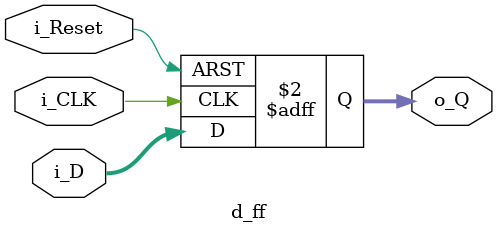
<source format=v>
module d_ff (
	input    wire  [31:0]	i_D     ,
	input    wire 		    i_CLK	,
	input    wire 		    i_Reset ,
	output   reg   [31:0]	o_Q	 
	);

always @(posedge i_CLK or posedge i_Reset) 
	begin
		if (i_Reset) 
			begin
				o_Q <= 32'b0 ;
			end
		else
			begin
				o_Q <= i_D ;
			end
	end

endmodule
</source>
